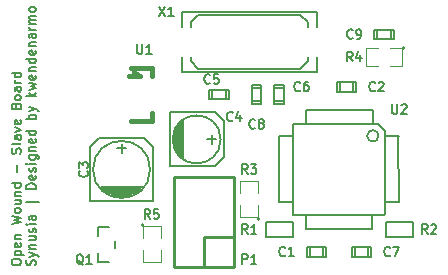
<source format=gbr>
G04 #@! TF.FileFunction,Legend,Top*
%FSLAX46Y46*%
G04 Gerber Fmt 4.6, Leading zero omitted, Abs format (unit mm)*
G04 Created by KiCad (PCBNEW 0.201412031631+5310~19~ubuntu14.04.1-product) date sáb 06 dic 2014 19:31:58 CET*
%MOMM*%
G01*
G04 APERTURE LIST*
%ADD10C,0.100000*%
%ADD11C,0.152400*%
%ADD12C,0.127000*%
%ADD13C,0.254000*%
%ADD14C,0.150000*%
%ADD15C,0.099060*%
%ADD16C,0.381000*%
G04 APERTURE END LIST*
D10*
D11*
X131656425Y-109517543D02*
X131656425Y-109367562D01*
X131693920Y-109292571D01*
X131768910Y-109217581D01*
X131918891Y-109180086D01*
X132181358Y-109180086D01*
X132331339Y-109217581D01*
X132406330Y-109292571D01*
X132443825Y-109367562D01*
X132443825Y-109517543D01*
X132406330Y-109592533D01*
X132331339Y-109667524D01*
X132181358Y-109705019D01*
X131918891Y-109705019D01*
X131768910Y-109667524D01*
X131693920Y-109592533D01*
X131656425Y-109517543D01*
X131918891Y-108842629D02*
X132706291Y-108842629D01*
X131956387Y-108842629D02*
X131918891Y-108767638D01*
X131918891Y-108617657D01*
X131956387Y-108542667D01*
X131993882Y-108505172D01*
X132068872Y-108467676D01*
X132293844Y-108467676D01*
X132368834Y-108505172D01*
X132406330Y-108542667D01*
X132443825Y-108617657D01*
X132443825Y-108767638D01*
X132406330Y-108842629D01*
X132406330Y-107830257D02*
X132443825Y-107905247D01*
X132443825Y-108055228D01*
X132406330Y-108130219D01*
X132331339Y-108167714D01*
X132031377Y-108167714D01*
X131956387Y-108130219D01*
X131918891Y-108055228D01*
X131918891Y-107905247D01*
X131956387Y-107830257D01*
X132031377Y-107792762D01*
X132106368Y-107792762D01*
X132181358Y-108167714D01*
X131918891Y-107455305D02*
X132443825Y-107455305D01*
X131993882Y-107455305D02*
X131956387Y-107417810D01*
X131918891Y-107342819D01*
X131918891Y-107230333D01*
X131956387Y-107155343D01*
X132031377Y-107117848D01*
X132443825Y-107117848D01*
X131656425Y-106217961D02*
X132443825Y-106030485D01*
X131881396Y-105880504D01*
X132443825Y-105730523D01*
X131656425Y-105543047D01*
X132443825Y-105130599D02*
X132406330Y-105205590D01*
X132368834Y-105243085D01*
X132293844Y-105280580D01*
X132068872Y-105280580D01*
X131993882Y-105243085D01*
X131956387Y-105205590D01*
X131918891Y-105130599D01*
X131918891Y-105018113D01*
X131956387Y-104943123D01*
X131993882Y-104905628D01*
X132068872Y-104868132D01*
X132293844Y-104868132D01*
X132368834Y-104905628D01*
X132406330Y-104943123D01*
X132443825Y-105018113D01*
X132443825Y-105130599D01*
X131918891Y-104193218D02*
X132443825Y-104193218D01*
X131918891Y-104530675D02*
X132331339Y-104530675D01*
X132406330Y-104493180D01*
X132443825Y-104418189D01*
X132443825Y-104305703D01*
X132406330Y-104230713D01*
X132368834Y-104193218D01*
X131918891Y-103818265D02*
X132443825Y-103818265D01*
X131993882Y-103818265D02*
X131956387Y-103780770D01*
X131918891Y-103705779D01*
X131918891Y-103593293D01*
X131956387Y-103518303D01*
X132031377Y-103480808D01*
X132443825Y-103480808D01*
X132443825Y-102768398D02*
X131656425Y-102768398D01*
X132406330Y-102768398D02*
X132443825Y-102843388D01*
X132443825Y-102993369D01*
X132406330Y-103068360D01*
X132368834Y-103105855D01*
X132293844Y-103143350D01*
X132068872Y-103143350D01*
X131993882Y-103105855D01*
X131956387Y-103068360D01*
X131918891Y-102993369D01*
X131918891Y-102843388D01*
X131956387Y-102768398D01*
X132143863Y-101793521D02*
X132143863Y-101193597D01*
X132406330Y-100256216D02*
X132443825Y-100143730D01*
X132443825Y-99956254D01*
X132406330Y-99881264D01*
X132368834Y-99843768D01*
X132293844Y-99806273D01*
X132218853Y-99806273D01*
X132143863Y-99843768D01*
X132106368Y-99881264D01*
X132068872Y-99956254D01*
X132031377Y-100106235D01*
X131993882Y-100181226D01*
X131956387Y-100218721D01*
X131881396Y-100256216D01*
X131806406Y-100256216D01*
X131731415Y-100218721D01*
X131693920Y-100181226D01*
X131656425Y-100106235D01*
X131656425Y-99918759D01*
X131693920Y-99806273D01*
X132443825Y-99356330D02*
X132406330Y-99431321D01*
X132331339Y-99468816D01*
X131656425Y-99468816D01*
X132443825Y-98718911D02*
X132031377Y-98718911D01*
X131956387Y-98756406D01*
X131918891Y-98831396D01*
X131918891Y-98981377D01*
X131956387Y-99056368D01*
X132406330Y-98718911D02*
X132443825Y-98793901D01*
X132443825Y-98981377D01*
X132406330Y-99056368D01*
X132331339Y-99093863D01*
X132256349Y-99093863D01*
X132181358Y-99056368D01*
X132143863Y-98981377D01*
X132143863Y-98793901D01*
X132106368Y-98718911D01*
X131918891Y-98418948D02*
X132443825Y-98231472D01*
X131918891Y-98043996D01*
X132406330Y-97444072D02*
X132443825Y-97519062D01*
X132443825Y-97669043D01*
X132406330Y-97744034D01*
X132331339Y-97781529D01*
X132031377Y-97781529D01*
X131956387Y-97744034D01*
X131918891Y-97669043D01*
X131918891Y-97519062D01*
X131956387Y-97444072D01*
X132031377Y-97406577D01*
X132106368Y-97406577D01*
X132181358Y-97781529D01*
X132031377Y-96206729D02*
X132068872Y-96094243D01*
X132106368Y-96056748D01*
X132181358Y-96019253D01*
X132293844Y-96019253D01*
X132368834Y-96056748D01*
X132406330Y-96094243D01*
X132443825Y-96169234D01*
X132443825Y-96469196D01*
X131656425Y-96469196D01*
X131656425Y-96206729D01*
X131693920Y-96131739D01*
X131731415Y-96094243D01*
X131806406Y-96056748D01*
X131881396Y-96056748D01*
X131956387Y-96094243D01*
X131993882Y-96131739D01*
X132031377Y-96206729D01*
X132031377Y-96469196D01*
X132443825Y-95569310D02*
X132406330Y-95644301D01*
X132368834Y-95681796D01*
X132293844Y-95719291D01*
X132068872Y-95719291D01*
X131993882Y-95681796D01*
X131956387Y-95644301D01*
X131918891Y-95569310D01*
X131918891Y-95456824D01*
X131956387Y-95381834D01*
X131993882Y-95344339D01*
X132068872Y-95306843D01*
X132293844Y-95306843D01*
X132368834Y-95344339D01*
X132406330Y-95381834D01*
X132443825Y-95456824D01*
X132443825Y-95569310D01*
X132443825Y-94631929D02*
X132031377Y-94631929D01*
X131956387Y-94669424D01*
X131918891Y-94744414D01*
X131918891Y-94894395D01*
X131956387Y-94969386D01*
X132406330Y-94631929D02*
X132443825Y-94706919D01*
X132443825Y-94894395D01*
X132406330Y-94969386D01*
X132331339Y-95006881D01*
X132256349Y-95006881D01*
X132181358Y-94969386D01*
X132143863Y-94894395D01*
X132143863Y-94706919D01*
X132106368Y-94631929D01*
X132443825Y-94256976D02*
X131918891Y-94256976D01*
X132068872Y-94256976D02*
X131993882Y-94219481D01*
X131956387Y-94181985D01*
X131918891Y-94106995D01*
X131918891Y-94032004D01*
X132443825Y-93432081D02*
X131656425Y-93432081D01*
X132406330Y-93432081D02*
X132443825Y-93507071D01*
X132443825Y-93657052D01*
X132406330Y-93732043D01*
X132368834Y-93769538D01*
X132293844Y-93807033D01*
X132068872Y-93807033D01*
X131993882Y-93769538D01*
X131956387Y-93732043D01*
X131918891Y-93657052D01*
X131918891Y-93507071D01*
X131956387Y-93432081D01*
X133661090Y-109705019D02*
X133698585Y-109592533D01*
X133698585Y-109405057D01*
X133661090Y-109330067D01*
X133623594Y-109292571D01*
X133548604Y-109255076D01*
X133473613Y-109255076D01*
X133398623Y-109292571D01*
X133361128Y-109330067D01*
X133323632Y-109405057D01*
X133286137Y-109555038D01*
X133248642Y-109630029D01*
X133211147Y-109667524D01*
X133136156Y-109705019D01*
X133061166Y-109705019D01*
X132986175Y-109667524D01*
X132948680Y-109630029D01*
X132911185Y-109555038D01*
X132911185Y-109367562D01*
X132948680Y-109255076D01*
X133173651Y-108992609D02*
X133698585Y-108805133D01*
X133173651Y-108617657D02*
X133698585Y-108805133D01*
X133886061Y-108880124D01*
X133923556Y-108917619D01*
X133961051Y-108992609D01*
X133173651Y-108317695D02*
X133698585Y-108317695D01*
X133248642Y-108317695D02*
X133211147Y-108280200D01*
X133173651Y-108205209D01*
X133173651Y-108092723D01*
X133211147Y-108017733D01*
X133286137Y-107980238D01*
X133698585Y-107980238D01*
X133173651Y-107267828D02*
X133698585Y-107267828D01*
X133173651Y-107605285D02*
X133586099Y-107605285D01*
X133661090Y-107567790D01*
X133698585Y-107492799D01*
X133698585Y-107380313D01*
X133661090Y-107305323D01*
X133623594Y-107267828D01*
X133661090Y-106930370D02*
X133698585Y-106855380D01*
X133698585Y-106705399D01*
X133661090Y-106630408D01*
X133586099Y-106592913D01*
X133548604Y-106592913D01*
X133473613Y-106630408D01*
X133436118Y-106705399D01*
X133436118Y-106817884D01*
X133398623Y-106892875D01*
X133323632Y-106930370D01*
X133286137Y-106930370D01*
X133211147Y-106892875D01*
X133173651Y-106817884D01*
X133173651Y-106705399D01*
X133211147Y-106630408D01*
X133698585Y-106255456D02*
X133173651Y-106255456D01*
X132911185Y-106255456D02*
X132948680Y-106292951D01*
X132986175Y-106255456D01*
X132948680Y-106217961D01*
X132911185Y-106255456D01*
X132986175Y-106255456D01*
X133698585Y-105543047D02*
X133286137Y-105543047D01*
X133211147Y-105580542D01*
X133173651Y-105655532D01*
X133173651Y-105805513D01*
X133211147Y-105880504D01*
X133661090Y-105543047D02*
X133698585Y-105618037D01*
X133698585Y-105805513D01*
X133661090Y-105880504D01*
X133586099Y-105917999D01*
X133511109Y-105917999D01*
X133436118Y-105880504D01*
X133398623Y-105805513D01*
X133398623Y-105618037D01*
X133361128Y-105543047D01*
X133961051Y-104380694D02*
X132836194Y-104380694D01*
X133698585Y-103218341D02*
X132911185Y-103218341D01*
X132911185Y-103030865D01*
X132948680Y-102918379D01*
X133023670Y-102843388D01*
X133098661Y-102805893D01*
X133248642Y-102768398D01*
X133361128Y-102768398D01*
X133511109Y-102805893D01*
X133586099Y-102843388D01*
X133661090Y-102918379D01*
X133698585Y-103030865D01*
X133698585Y-103218341D01*
X133661090Y-102130979D02*
X133698585Y-102205969D01*
X133698585Y-102355950D01*
X133661090Y-102430941D01*
X133586099Y-102468436D01*
X133286137Y-102468436D01*
X133211147Y-102430941D01*
X133173651Y-102355950D01*
X133173651Y-102205969D01*
X133211147Y-102130979D01*
X133286137Y-102093484D01*
X133361128Y-102093484D01*
X133436118Y-102468436D01*
X133661090Y-101793522D02*
X133698585Y-101718532D01*
X133698585Y-101568551D01*
X133661090Y-101493560D01*
X133586099Y-101456065D01*
X133548604Y-101456065D01*
X133473613Y-101493560D01*
X133436118Y-101568551D01*
X133436118Y-101681036D01*
X133398623Y-101756027D01*
X133323632Y-101793522D01*
X133286137Y-101793522D01*
X133211147Y-101756027D01*
X133173651Y-101681036D01*
X133173651Y-101568551D01*
X133211147Y-101493560D01*
X133698585Y-101118608D02*
X133173651Y-101118608D01*
X132911185Y-101118608D02*
X132948680Y-101156103D01*
X132986175Y-101118608D01*
X132948680Y-101081113D01*
X132911185Y-101118608D01*
X132986175Y-101118608D01*
X133173651Y-100406199D02*
X133811070Y-100406199D01*
X133886061Y-100443694D01*
X133923556Y-100481189D01*
X133961051Y-100556180D01*
X133961051Y-100668665D01*
X133923556Y-100743656D01*
X133661090Y-100406199D02*
X133698585Y-100481189D01*
X133698585Y-100631170D01*
X133661090Y-100706161D01*
X133623594Y-100743656D01*
X133548604Y-100781151D01*
X133323632Y-100781151D01*
X133248642Y-100743656D01*
X133211147Y-100706161D01*
X133173651Y-100631170D01*
X133173651Y-100481189D01*
X133211147Y-100406199D01*
X133173651Y-100031246D02*
X133698585Y-100031246D01*
X133248642Y-100031246D02*
X133211147Y-99993751D01*
X133173651Y-99918760D01*
X133173651Y-99806274D01*
X133211147Y-99731284D01*
X133286137Y-99693789D01*
X133698585Y-99693789D01*
X133661090Y-99018874D02*
X133698585Y-99093864D01*
X133698585Y-99243845D01*
X133661090Y-99318836D01*
X133586099Y-99356331D01*
X133286137Y-99356331D01*
X133211147Y-99318836D01*
X133173651Y-99243845D01*
X133173651Y-99093864D01*
X133211147Y-99018874D01*
X133286137Y-98981379D01*
X133361128Y-98981379D01*
X133436118Y-99356331D01*
X133698585Y-98306465D02*
X132911185Y-98306465D01*
X133661090Y-98306465D02*
X133698585Y-98381455D01*
X133698585Y-98531436D01*
X133661090Y-98606427D01*
X133623594Y-98643922D01*
X133548604Y-98681417D01*
X133323632Y-98681417D01*
X133248642Y-98643922D01*
X133211147Y-98606427D01*
X133173651Y-98531436D01*
X133173651Y-98381455D01*
X133211147Y-98306465D01*
X133698585Y-97331588D02*
X132911185Y-97331588D01*
X133211147Y-97331588D02*
X133173651Y-97256597D01*
X133173651Y-97106616D01*
X133211147Y-97031626D01*
X133248642Y-96994131D01*
X133323632Y-96956635D01*
X133548604Y-96956635D01*
X133623594Y-96994131D01*
X133661090Y-97031626D01*
X133698585Y-97106616D01*
X133698585Y-97256597D01*
X133661090Y-97331588D01*
X133173651Y-96694168D02*
X133698585Y-96506692D01*
X133173651Y-96319216D02*
X133698585Y-96506692D01*
X133886061Y-96581683D01*
X133923556Y-96619178D01*
X133961051Y-96694168D01*
X133698585Y-95419330D02*
X132911185Y-95419330D01*
X133398623Y-95344339D02*
X133698585Y-95119368D01*
X133173651Y-95119368D02*
X133473613Y-95419330D01*
X133173651Y-94856901D02*
X133698585Y-94706920D01*
X133323632Y-94556939D01*
X133698585Y-94406958D01*
X133173651Y-94256977D01*
X133661090Y-93657054D02*
X133698585Y-93732044D01*
X133698585Y-93882025D01*
X133661090Y-93957016D01*
X133586099Y-93994511D01*
X133286137Y-93994511D01*
X133211147Y-93957016D01*
X133173651Y-93882025D01*
X133173651Y-93732044D01*
X133211147Y-93657054D01*
X133286137Y-93619559D01*
X133361128Y-93619559D01*
X133436118Y-93994511D01*
X133173651Y-93282102D02*
X133698585Y-93282102D01*
X133248642Y-93282102D02*
X133211147Y-93244607D01*
X133173651Y-93169616D01*
X133173651Y-93057130D01*
X133211147Y-92982140D01*
X133286137Y-92944645D01*
X133698585Y-92944645D01*
X133698585Y-92232235D02*
X132911185Y-92232235D01*
X133661090Y-92232235D02*
X133698585Y-92307225D01*
X133698585Y-92457206D01*
X133661090Y-92532197D01*
X133623594Y-92569692D01*
X133548604Y-92607187D01*
X133323632Y-92607187D01*
X133248642Y-92569692D01*
X133211147Y-92532197D01*
X133173651Y-92457206D01*
X133173651Y-92307225D01*
X133211147Y-92232235D01*
X133661090Y-91557320D02*
X133698585Y-91632310D01*
X133698585Y-91782291D01*
X133661090Y-91857282D01*
X133586099Y-91894777D01*
X133286137Y-91894777D01*
X133211147Y-91857282D01*
X133173651Y-91782291D01*
X133173651Y-91632310D01*
X133211147Y-91557320D01*
X133286137Y-91519825D01*
X133361128Y-91519825D01*
X133436118Y-91894777D01*
X133173651Y-91182368D02*
X133698585Y-91182368D01*
X133248642Y-91182368D02*
X133211147Y-91144873D01*
X133173651Y-91069882D01*
X133173651Y-90957396D01*
X133211147Y-90882406D01*
X133286137Y-90844911D01*
X133698585Y-90844911D01*
X133698585Y-90132501D02*
X133286137Y-90132501D01*
X133211147Y-90169996D01*
X133173651Y-90244986D01*
X133173651Y-90394967D01*
X133211147Y-90469958D01*
X133661090Y-90132501D02*
X133698585Y-90207491D01*
X133698585Y-90394967D01*
X133661090Y-90469958D01*
X133586099Y-90507453D01*
X133511109Y-90507453D01*
X133436118Y-90469958D01*
X133398623Y-90394967D01*
X133398623Y-90207491D01*
X133361128Y-90132501D01*
X133698585Y-89757548D02*
X133173651Y-89757548D01*
X133323632Y-89757548D02*
X133248642Y-89720053D01*
X133211147Y-89682557D01*
X133173651Y-89607567D01*
X133173651Y-89532576D01*
X133698585Y-89270110D02*
X133173651Y-89270110D01*
X133248642Y-89270110D02*
X133211147Y-89232615D01*
X133173651Y-89157624D01*
X133173651Y-89045138D01*
X133211147Y-88970148D01*
X133286137Y-88932653D01*
X133698585Y-88932653D01*
X133286137Y-88932653D02*
X133211147Y-88895157D01*
X133173651Y-88820167D01*
X133173651Y-88707681D01*
X133211147Y-88632691D01*
X133286137Y-88595196D01*
X133698585Y-88595196D01*
X133698585Y-88107757D02*
X133661090Y-88182748D01*
X133623594Y-88220243D01*
X133548604Y-88257738D01*
X133323632Y-88257738D01*
X133248642Y-88220243D01*
X133211147Y-88182748D01*
X133173651Y-88107757D01*
X133173651Y-87995271D01*
X133211147Y-87920281D01*
X133248642Y-87882786D01*
X133323632Y-87845290D01*
X133548604Y-87845290D01*
X133623594Y-87882786D01*
X133661090Y-87920281D01*
X133698585Y-87995271D01*
X133698585Y-88107757D01*
D12*
X156921200Y-108178600D02*
X156921200Y-108991400D01*
X158038800Y-108966000D02*
X158038800Y-108178600D01*
X158292800Y-108991400D02*
X156667200Y-108991400D01*
X156667200Y-108991400D02*
X156667200Y-108178600D01*
X156667200Y-108178600D02*
X158292800Y-108178600D01*
X158292800Y-108178600D02*
X158292800Y-108991400D01*
X159461200Y-94208600D02*
X159461200Y-95021400D01*
X160578800Y-94996000D02*
X160578800Y-94208600D01*
X160832800Y-95021400D02*
X159207200Y-95021400D01*
X159207200Y-95021400D02*
X159207200Y-94208600D01*
X159207200Y-94208600D02*
X160832800Y-94208600D01*
X160832800Y-94208600D02*
X160832800Y-95021400D01*
X140335000Y-103886000D02*
X141732000Y-103886000D01*
X140081000Y-103759000D02*
X141859000Y-103759000D01*
X139700000Y-103632000D02*
X142240000Y-103632000D01*
X142367000Y-103505000D02*
X139573000Y-103505000D01*
X139446000Y-103378000D02*
X142494000Y-103378000D01*
X142621000Y-103251000D02*
X139319000Y-103251000D01*
X139192000Y-103124000D02*
X142748000Y-103124000D01*
X143383000Y-101600000D02*
G75*
G03X143383000Y-101600000I-2413000J0D01*
G01*
X138303000Y-104267000D02*
X138303000Y-99695000D01*
X138303000Y-99695000D02*
X139065000Y-98933000D01*
X139065000Y-98933000D02*
X142875000Y-98933000D01*
X142875000Y-98933000D02*
X143637000Y-99695000D01*
X143637000Y-99695000D02*
X143637000Y-104267000D01*
X143637000Y-104267000D02*
X138303000Y-104267000D01*
X140970000Y-99441000D02*
X140970000Y-100203000D01*
X140589000Y-99822000D02*
X141351000Y-99822000D01*
X148971000Y-99060000D02*
X148209000Y-99060000D01*
X148590000Y-98679000D02*
X148590000Y-99441000D01*
X148844000Y-101346000D02*
X145034000Y-101346000D01*
X149606000Y-97536000D02*
X149606000Y-100584000D01*
X148844000Y-101346000D02*
X149606000Y-100584000D01*
X148844000Y-96774000D02*
X145034000Y-96774000D01*
X148844000Y-96774000D02*
X149606000Y-97536000D01*
X145288000Y-99187000D02*
X145288000Y-98933000D01*
X145415000Y-98425000D02*
X145415000Y-99695000D01*
X145542000Y-99949000D02*
X145542000Y-98171000D01*
X145669000Y-100203000D02*
X145669000Y-97917000D01*
X145796000Y-97790000D02*
X145796000Y-100330000D01*
X145923000Y-100457000D02*
X145923000Y-97663000D01*
X146050000Y-97536000D02*
X146050000Y-100584000D01*
X146177000Y-97409000D02*
X146177000Y-100711000D01*
X149352000Y-99060000D02*
G75*
G03X149352000Y-99060000I-2032000J0D01*
G01*
X145034000Y-96774000D02*
X145034000Y-101346000D01*
X149783800Y-95656400D02*
X149783800Y-94843600D01*
X148666200Y-94869000D02*
X148666200Y-95656400D01*
X148412200Y-94843600D02*
X150037800Y-94843600D01*
X150037800Y-94843600D02*
X150037800Y-95656400D01*
X150037800Y-95656400D02*
X148412200Y-95656400D01*
X148412200Y-95656400D02*
X148412200Y-94843600D01*
X154711400Y-94691200D02*
X153898600Y-94691200D01*
X153924000Y-95808800D02*
X154711400Y-95808800D01*
X153898600Y-96062800D02*
X153898600Y-94437200D01*
X153898600Y-94437200D02*
X154711400Y-94437200D01*
X154711400Y-94437200D02*
X154711400Y-96062800D01*
X154711400Y-96062800D02*
X153898600Y-96062800D01*
X160731200Y-108178600D02*
X160731200Y-108991400D01*
X161848800Y-108966000D02*
X161848800Y-108178600D01*
X162102800Y-108991400D02*
X160477200Y-108991400D01*
X160477200Y-108991400D02*
X160477200Y-108178600D01*
X160477200Y-108178600D02*
X162102800Y-108178600D01*
X162102800Y-108178600D02*
X162102800Y-108991400D01*
X152806400Y-94691200D02*
X151993600Y-94691200D01*
X152019000Y-95808800D02*
X152806400Y-95808800D01*
X151993600Y-96062800D02*
X151993600Y-94437200D01*
X151993600Y-94437200D02*
X152806400Y-94437200D01*
X152806400Y-94437200D02*
X152806400Y-96062800D01*
X152806400Y-96062800D02*
X151993600Y-96062800D01*
X163753800Y-90576400D02*
X163753800Y-89763600D01*
X162636200Y-89789000D02*
X162636200Y-90576400D01*
X162382200Y-89763600D02*
X164007800Y-89763600D01*
X164007800Y-89763600D02*
X164007800Y-90576400D01*
X164007800Y-90576400D02*
X162382200Y-90576400D01*
X162382200Y-90576400D02*
X162382200Y-89763600D01*
D11*
X156616400Y-106629200D02*
X156616400Y-105486200D01*
X162153600Y-106629200D02*
X162153600Y-105511600D01*
X156616400Y-106629200D02*
X162153600Y-106629200D01*
X155422600Y-104394000D02*
X154330400Y-104394000D01*
X155397200Y-98780600D02*
X154330400Y-98780600D01*
X154330400Y-98755200D02*
X154305000Y-104394000D01*
X164414200Y-98806000D02*
X164439600Y-104317800D01*
X162661600Y-97713800D02*
X155473400Y-97713800D01*
X164414200Y-104343200D02*
X163372800Y-104343200D01*
X163271200Y-98348800D02*
X163271200Y-105410000D01*
X155448000Y-105460800D02*
X163169600Y-105460800D01*
X155448000Y-97713800D02*
X155448000Y-105333800D01*
X162229800Y-96570800D02*
X156591000Y-96570800D01*
X156591000Y-96570800D02*
X156591000Y-97713800D01*
X162687000Y-97723960D02*
X163271200Y-98308160D01*
X162229800Y-96575880D02*
X162229800Y-97723960D01*
X163271200Y-98806000D02*
X164419280Y-98806000D01*
X162724286Y-98760280D02*
G75*
G03X162724286Y-98760280I-479246J0D01*
G01*
D13*
X147955000Y-109855000D02*
X147955000Y-107315000D01*
X147955000Y-107315000D02*
X150495000Y-107315000D01*
X150495000Y-109855000D02*
X150495000Y-102235000D01*
X150495000Y-102235000D02*
X145415000Y-102235000D01*
X145415000Y-102235000D02*
X145415000Y-107315000D01*
X150495000Y-109855000D02*
X147955000Y-109855000D01*
X145415000Y-109855000D02*
X147955000Y-109855000D01*
X145415000Y-107315000D02*
X145415000Y-109855000D01*
D14*
X139900000Y-109450000D02*
X139000000Y-109450000D01*
X139000000Y-109450000D02*
X139000000Y-108650000D01*
X139900000Y-106450000D02*
X139000000Y-106450000D01*
X139000000Y-106450000D02*
X139000000Y-107250000D01*
X140400000Y-107650000D02*
X140400000Y-108250000D01*
D12*
X153162000Y-106045000D02*
X155448000Y-106045000D01*
X155448000Y-106045000D02*
X155448000Y-107315000D01*
X155448000Y-107315000D02*
X153162000Y-107315000D01*
X153162000Y-107315000D02*
X153162000Y-106045000D01*
X165608000Y-107315000D02*
X163322000Y-107315000D01*
X163322000Y-107315000D02*
X163322000Y-106045000D01*
X163322000Y-106045000D02*
X165608000Y-106045000D01*
X165608000Y-106045000D02*
X165608000Y-107315000D01*
D15*
X152654000Y-105791000D02*
G75*
G03X152654000Y-105791000I-127000J0D01*
G01*
X152527000Y-104648000D02*
X152527000Y-105664000D01*
X152527000Y-105664000D02*
X151003000Y-105664000D01*
X151003000Y-105664000D02*
X151003000Y-104648000D01*
X151003000Y-103632000D02*
X151003000Y-102616000D01*
X151003000Y-102616000D02*
X152527000Y-102616000D01*
X152527000Y-102616000D02*
X152527000Y-103632000D01*
X164973000Y-91313000D02*
G75*
G03X164973000Y-91313000I-127000J0D01*
G01*
X163703000Y-91313000D02*
X164719000Y-91313000D01*
X164719000Y-91313000D02*
X164719000Y-92837000D01*
X164719000Y-92837000D02*
X163703000Y-92837000D01*
X162687000Y-92837000D02*
X161671000Y-92837000D01*
X161671000Y-92837000D02*
X161671000Y-91313000D01*
X161671000Y-91313000D02*
X162687000Y-91313000D01*
X142875000Y-106299000D02*
G75*
G03X142875000Y-106299000I-127000J0D01*
G01*
X142748000Y-107442000D02*
X142748000Y-106426000D01*
X142748000Y-106426000D02*
X144272000Y-106426000D01*
X144272000Y-106426000D02*
X144272000Y-107442000D01*
X144272000Y-108458000D02*
X144272000Y-109474000D01*
X144272000Y-109474000D02*
X142748000Y-109474000D01*
X142748000Y-109474000D02*
X142748000Y-108458000D01*
D16*
X142039340Y-93350080D02*
X142339060Y-93599000D01*
X142339060Y-93599000D02*
X142488920Y-93700600D01*
X142488920Y-93700600D02*
X141640560Y-93700600D01*
X143540480Y-92999560D02*
X141739620Y-92999560D01*
X143540480Y-92999560D02*
X143540480Y-93649800D01*
X143540480Y-97500440D02*
X141739620Y-97500440D01*
X143540480Y-97500440D02*
X143540480Y-96850200D01*
D14*
X146812000Y-89154000D02*
X146812000Y-89535000D01*
X146812000Y-92456000D02*
X146812000Y-92075000D01*
X156718000Y-92456000D02*
X156718000Y-92075000D01*
X156718000Y-89154000D02*
X156718000Y-89535000D01*
X157480000Y-88265000D02*
X157480000Y-89535000D01*
X157480000Y-93345000D02*
X157480000Y-92075000D01*
X146050000Y-93345000D02*
X146050000Y-92075000D01*
X146050000Y-88265000D02*
X146050000Y-89535000D01*
X146812000Y-92456000D02*
X147447000Y-93091000D01*
X147447000Y-93091000D02*
X156083000Y-93091000D01*
X156083000Y-93091000D02*
X156718000Y-92456000D01*
X156718000Y-89154000D02*
X156083000Y-88519000D01*
X156083000Y-88519000D02*
X147447000Y-88519000D01*
X147447000Y-88519000D02*
X146812000Y-89154000D01*
X157480000Y-93345000D02*
X146050000Y-93345000D01*
X146050000Y-88265000D02*
X157480000Y-88265000D01*
D11*
X154808767Y-108866214D02*
X154771272Y-108903710D01*
X154658786Y-108941205D01*
X154583796Y-108941205D01*
X154471310Y-108903710D01*
X154396319Y-108828719D01*
X154358824Y-108753729D01*
X154321329Y-108603748D01*
X154321329Y-108491262D01*
X154358824Y-108341281D01*
X154396319Y-108266290D01*
X154471310Y-108191300D01*
X154583796Y-108153805D01*
X154658786Y-108153805D01*
X154771272Y-108191300D01*
X154808767Y-108228795D01*
X155558672Y-108941205D02*
X155108729Y-108941205D01*
X155333700Y-108941205D02*
X155333700Y-108153805D01*
X155258710Y-108266290D01*
X155183719Y-108341281D01*
X155108729Y-108378776D01*
X162428767Y-94896214D02*
X162391272Y-94933710D01*
X162278786Y-94971205D01*
X162203796Y-94971205D01*
X162091310Y-94933710D01*
X162016319Y-94858719D01*
X161978824Y-94783729D01*
X161941329Y-94633748D01*
X161941329Y-94521262D01*
X161978824Y-94371281D01*
X162016319Y-94296290D01*
X162091310Y-94221300D01*
X162203796Y-94183805D01*
X162278786Y-94183805D01*
X162391272Y-94221300D01*
X162428767Y-94258795D01*
X162728729Y-94258795D02*
X162766224Y-94221300D01*
X162841215Y-94183805D01*
X163028691Y-94183805D01*
X163103681Y-94221300D01*
X163141177Y-94258795D01*
X163178672Y-94333786D01*
X163178672Y-94408776D01*
X163141177Y-94521262D01*
X162691234Y-94971205D01*
X163178672Y-94971205D01*
X138076214Y-101731233D02*
X138113710Y-101768728D01*
X138151205Y-101881214D01*
X138151205Y-101956204D01*
X138113710Y-102068690D01*
X138038719Y-102143681D01*
X137963729Y-102181176D01*
X137813748Y-102218671D01*
X137701262Y-102218671D01*
X137551281Y-102181176D01*
X137476290Y-102143681D01*
X137401300Y-102068690D01*
X137363805Y-101956204D01*
X137363805Y-101881214D01*
X137401300Y-101768728D01*
X137438795Y-101731233D01*
X137363805Y-101468766D02*
X137363805Y-100981328D01*
X137663767Y-101243795D01*
X137663767Y-101131309D01*
X137701262Y-101056319D01*
X137738757Y-101018823D01*
X137813748Y-100981328D01*
X138001224Y-100981328D01*
X138076214Y-101018823D01*
X138113710Y-101056319D01*
X138151205Y-101131309D01*
X138151205Y-101356281D01*
X138113710Y-101431271D01*
X138076214Y-101468766D01*
X150363767Y-97436214D02*
X150326272Y-97473710D01*
X150213786Y-97511205D01*
X150138796Y-97511205D01*
X150026310Y-97473710D01*
X149951319Y-97398719D01*
X149913824Y-97323729D01*
X149876329Y-97173748D01*
X149876329Y-97061262D01*
X149913824Y-96911281D01*
X149951319Y-96836290D01*
X150026310Y-96761300D01*
X150138796Y-96723805D01*
X150213786Y-96723805D01*
X150326272Y-96761300D01*
X150363767Y-96798795D01*
X151038681Y-96986271D02*
X151038681Y-97511205D01*
X150851205Y-96686310D02*
X150663729Y-97248738D01*
X151151167Y-97248738D01*
X148458767Y-94261214D02*
X148421272Y-94298710D01*
X148308786Y-94336205D01*
X148233796Y-94336205D01*
X148121310Y-94298710D01*
X148046319Y-94223719D01*
X148008824Y-94148729D01*
X147971329Y-93998748D01*
X147971329Y-93886262D01*
X148008824Y-93736281D01*
X148046319Y-93661290D01*
X148121310Y-93586300D01*
X148233796Y-93548805D01*
X148308786Y-93548805D01*
X148421272Y-93586300D01*
X148458767Y-93623795D01*
X149171177Y-93548805D02*
X148796224Y-93548805D01*
X148758729Y-93923757D01*
X148796224Y-93886262D01*
X148871215Y-93848767D01*
X149058691Y-93848767D01*
X149133681Y-93886262D01*
X149171177Y-93923757D01*
X149208672Y-93998748D01*
X149208672Y-94186224D01*
X149171177Y-94261214D01*
X149133681Y-94298710D01*
X149058691Y-94336205D01*
X148871215Y-94336205D01*
X148796224Y-94298710D01*
X148758729Y-94261214D01*
X156078767Y-94896214D02*
X156041272Y-94933710D01*
X155928786Y-94971205D01*
X155853796Y-94971205D01*
X155741310Y-94933710D01*
X155666319Y-94858719D01*
X155628824Y-94783729D01*
X155591329Y-94633748D01*
X155591329Y-94521262D01*
X155628824Y-94371281D01*
X155666319Y-94296290D01*
X155741310Y-94221300D01*
X155853796Y-94183805D01*
X155928786Y-94183805D01*
X156041272Y-94221300D01*
X156078767Y-94258795D01*
X156753681Y-94183805D02*
X156603700Y-94183805D01*
X156528710Y-94221300D01*
X156491215Y-94258795D01*
X156416224Y-94371281D01*
X156378729Y-94521262D01*
X156378729Y-94821224D01*
X156416224Y-94896214D01*
X156453719Y-94933710D01*
X156528710Y-94971205D01*
X156678691Y-94971205D01*
X156753681Y-94933710D01*
X156791177Y-94896214D01*
X156828672Y-94821224D01*
X156828672Y-94633748D01*
X156791177Y-94558757D01*
X156753681Y-94521262D01*
X156678691Y-94483767D01*
X156528710Y-94483767D01*
X156453719Y-94521262D01*
X156416224Y-94558757D01*
X156378729Y-94633748D01*
X163698767Y-108866214D02*
X163661272Y-108903710D01*
X163548786Y-108941205D01*
X163473796Y-108941205D01*
X163361310Y-108903710D01*
X163286319Y-108828719D01*
X163248824Y-108753729D01*
X163211329Y-108603748D01*
X163211329Y-108491262D01*
X163248824Y-108341281D01*
X163286319Y-108266290D01*
X163361310Y-108191300D01*
X163473796Y-108153805D01*
X163548786Y-108153805D01*
X163661272Y-108191300D01*
X163698767Y-108228795D01*
X163961234Y-108153805D02*
X164486167Y-108153805D01*
X164148710Y-108941205D01*
X152268767Y-98071214D02*
X152231272Y-98108710D01*
X152118786Y-98146205D01*
X152043796Y-98146205D01*
X151931310Y-98108710D01*
X151856319Y-98033719D01*
X151818824Y-97958729D01*
X151781329Y-97808748D01*
X151781329Y-97696262D01*
X151818824Y-97546281D01*
X151856319Y-97471290D01*
X151931310Y-97396300D01*
X152043796Y-97358805D01*
X152118786Y-97358805D01*
X152231272Y-97396300D01*
X152268767Y-97433795D01*
X152718710Y-97696262D02*
X152643719Y-97658767D01*
X152606224Y-97621271D01*
X152568729Y-97546281D01*
X152568729Y-97508786D01*
X152606224Y-97433795D01*
X152643719Y-97396300D01*
X152718710Y-97358805D01*
X152868691Y-97358805D01*
X152943681Y-97396300D01*
X152981177Y-97433795D01*
X153018672Y-97508786D01*
X153018672Y-97546281D01*
X152981177Y-97621271D01*
X152943681Y-97658767D01*
X152868691Y-97696262D01*
X152718710Y-97696262D01*
X152643719Y-97733757D01*
X152606224Y-97771252D01*
X152568729Y-97846243D01*
X152568729Y-97996224D01*
X152606224Y-98071214D01*
X152643719Y-98108710D01*
X152718710Y-98146205D01*
X152868691Y-98146205D01*
X152943681Y-98108710D01*
X152981177Y-98071214D01*
X153018672Y-97996224D01*
X153018672Y-97846243D01*
X152981177Y-97771252D01*
X152943681Y-97733757D01*
X152868691Y-97696262D01*
X160523767Y-90451214D02*
X160486272Y-90488710D01*
X160373786Y-90526205D01*
X160298796Y-90526205D01*
X160186310Y-90488710D01*
X160111319Y-90413719D01*
X160073824Y-90338729D01*
X160036329Y-90188748D01*
X160036329Y-90076262D01*
X160073824Y-89926281D01*
X160111319Y-89851290D01*
X160186310Y-89776300D01*
X160298796Y-89738805D01*
X160373786Y-89738805D01*
X160486272Y-89776300D01*
X160523767Y-89813795D01*
X160898719Y-90526205D02*
X161048700Y-90526205D01*
X161123691Y-90488710D01*
X161161186Y-90451214D01*
X161236177Y-90338729D01*
X161273672Y-90188748D01*
X161273672Y-89888786D01*
X161236177Y-89813795D01*
X161198681Y-89776300D01*
X161123691Y-89738805D01*
X160973710Y-89738805D01*
X160898719Y-89776300D01*
X160861224Y-89813795D01*
X160823729Y-89888786D01*
X160823729Y-90076262D01*
X160861224Y-90151252D01*
X160898719Y-90188748D01*
X160973710Y-90226243D01*
X161123691Y-90226243D01*
X161198681Y-90188748D01*
X161236177Y-90151252D01*
X161273672Y-90076262D01*
X163865076Y-96088805D02*
X163865076Y-96726224D01*
X163902571Y-96801214D01*
X163940067Y-96838710D01*
X164015057Y-96876205D01*
X164165038Y-96876205D01*
X164240029Y-96838710D01*
X164277524Y-96801214D01*
X164315019Y-96726224D01*
X164315019Y-96088805D01*
X164652476Y-96163795D02*
X164689971Y-96126300D01*
X164764962Y-96088805D01*
X164952438Y-96088805D01*
X165027428Y-96126300D01*
X165064924Y-96163795D01*
X165102419Y-96238786D01*
X165102419Y-96313776D01*
X165064924Y-96426262D01*
X164614981Y-96876205D01*
X165102419Y-96876205D01*
X151183824Y-109576205D02*
X151183824Y-108788805D01*
X151483786Y-108788805D01*
X151558777Y-108826300D01*
X151596272Y-108863795D01*
X151633767Y-108938786D01*
X151633767Y-109051271D01*
X151596272Y-109126262D01*
X151558777Y-109163757D01*
X151483786Y-109201252D01*
X151183824Y-109201252D01*
X152383672Y-109576205D02*
X151933729Y-109576205D01*
X152158700Y-109576205D02*
X152158700Y-108788805D01*
X152083710Y-108901290D01*
X152008719Y-108976281D01*
X151933729Y-109013776D01*
X137720010Y-109651195D02*
X137645019Y-109613700D01*
X137570029Y-109538710D01*
X137457543Y-109426224D01*
X137382552Y-109388729D01*
X137307562Y-109388729D01*
X137345057Y-109576205D02*
X137270067Y-109538710D01*
X137195076Y-109463719D01*
X137157581Y-109313738D01*
X137157581Y-109051271D01*
X137195076Y-108901290D01*
X137270067Y-108826300D01*
X137345057Y-108788805D01*
X137495038Y-108788805D01*
X137570029Y-108826300D01*
X137645019Y-108901290D01*
X137682514Y-109051271D01*
X137682514Y-109313738D01*
X137645019Y-109463719D01*
X137570029Y-109538710D01*
X137495038Y-109576205D01*
X137345057Y-109576205D01*
X138432419Y-109576205D02*
X137982476Y-109576205D01*
X138207447Y-109576205D02*
X138207447Y-108788805D01*
X138132457Y-108901290D01*
X138057466Y-108976281D01*
X137982476Y-109013776D01*
X151633767Y-107036205D02*
X151371300Y-106661252D01*
X151183824Y-107036205D02*
X151183824Y-106248805D01*
X151483786Y-106248805D01*
X151558777Y-106286300D01*
X151596272Y-106323795D01*
X151633767Y-106398786D01*
X151633767Y-106511271D01*
X151596272Y-106586262D01*
X151558777Y-106623757D01*
X151483786Y-106661252D01*
X151183824Y-106661252D01*
X152383672Y-107036205D02*
X151933729Y-107036205D01*
X152158700Y-107036205D02*
X152158700Y-106248805D01*
X152083710Y-106361290D01*
X152008719Y-106436281D01*
X151933729Y-106473776D01*
X166873767Y-107036205D02*
X166611300Y-106661252D01*
X166423824Y-107036205D02*
X166423824Y-106248805D01*
X166723786Y-106248805D01*
X166798777Y-106286300D01*
X166836272Y-106323795D01*
X166873767Y-106398786D01*
X166873767Y-106511271D01*
X166836272Y-106586262D01*
X166798777Y-106623757D01*
X166723786Y-106661252D01*
X166423824Y-106661252D01*
X167173729Y-106323795D02*
X167211224Y-106286300D01*
X167286215Y-106248805D01*
X167473691Y-106248805D01*
X167548681Y-106286300D01*
X167586177Y-106323795D01*
X167623672Y-106398786D01*
X167623672Y-106473776D01*
X167586177Y-106586262D01*
X167136234Y-107036205D01*
X167623672Y-107036205D01*
X151633767Y-101956205D02*
X151371300Y-101581252D01*
X151183824Y-101956205D02*
X151183824Y-101168805D01*
X151483786Y-101168805D01*
X151558777Y-101206300D01*
X151596272Y-101243795D01*
X151633767Y-101318786D01*
X151633767Y-101431271D01*
X151596272Y-101506262D01*
X151558777Y-101543757D01*
X151483786Y-101581252D01*
X151183824Y-101581252D01*
X151896234Y-101168805D02*
X152383672Y-101168805D01*
X152121205Y-101468767D01*
X152233691Y-101468767D01*
X152308681Y-101506262D01*
X152346177Y-101543757D01*
X152383672Y-101618748D01*
X152383672Y-101806224D01*
X152346177Y-101881214D01*
X152308681Y-101918710D01*
X152233691Y-101956205D01*
X152008719Y-101956205D01*
X151933729Y-101918710D01*
X151896234Y-101881214D01*
X160523767Y-92431205D02*
X160261300Y-92056252D01*
X160073824Y-92431205D02*
X160073824Y-91643805D01*
X160373786Y-91643805D01*
X160448777Y-91681300D01*
X160486272Y-91718795D01*
X160523767Y-91793786D01*
X160523767Y-91906271D01*
X160486272Y-91981262D01*
X160448777Y-92018757D01*
X160373786Y-92056252D01*
X160073824Y-92056252D01*
X161198681Y-91906271D02*
X161198681Y-92431205D01*
X161011205Y-91606310D02*
X160823729Y-92168738D01*
X161311167Y-92168738D01*
X143378767Y-105766205D02*
X143116300Y-105391252D01*
X142928824Y-105766205D02*
X142928824Y-104978805D01*
X143228786Y-104978805D01*
X143303777Y-105016300D01*
X143341272Y-105053795D01*
X143378767Y-105128786D01*
X143378767Y-105241271D01*
X143341272Y-105316262D01*
X143303777Y-105353757D01*
X143228786Y-105391252D01*
X142928824Y-105391252D01*
X144091177Y-104978805D02*
X143716224Y-104978805D01*
X143678729Y-105353757D01*
X143716224Y-105316262D01*
X143791215Y-105278767D01*
X143978691Y-105278767D01*
X144053681Y-105316262D01*
X144091177Y-105353757D01*
X144128672Y-105428748D01*
X144128672Y-105616224D01*
X144091177Y-105691214D01*
X144053681Y-105728710D01*
X143978691Y-105766205D01*
X143791215Y-105766205D01*
X143716224Y-105728710D01*
X143678729Y-105691214D01*
X142275076Y-91008805D02*
X142275076Y-91646224D01*
X142312571Y-91721214D01*
X142350067Y-91758710D01*
X142425057Y-91796205D01*
X142575038Y-91796205D01*
X142650029Y-91758710D01*
X142687524Y-91721214D01*
X142725019Y-91646224D01*
X142725019Y-91008805D01*
X143512419Y-91796205D02*
X143062476Y-91796205D01*
X143287447Y-91796205D02*
X143287447Y-91008805D01*
X143212457Y-91121290D01*
X143137466Y-91196281D01*
X143062476Y-91233776D01*
X144142581Y-87833805D02*
X144667514Y-88621205D01*
X144667514Y-87833805D02*
X144142581Y-88621205D01*
X145379924Y-88621205D02*
X144929981Y-88621205D01*
X145154952Y-88621205D02*
X145154952Y-87833805D01*
X145079962Y-87946290D01*
X145004971Y-88021281D01*
X144929981Y-88058776D01*
M02*

</source>
